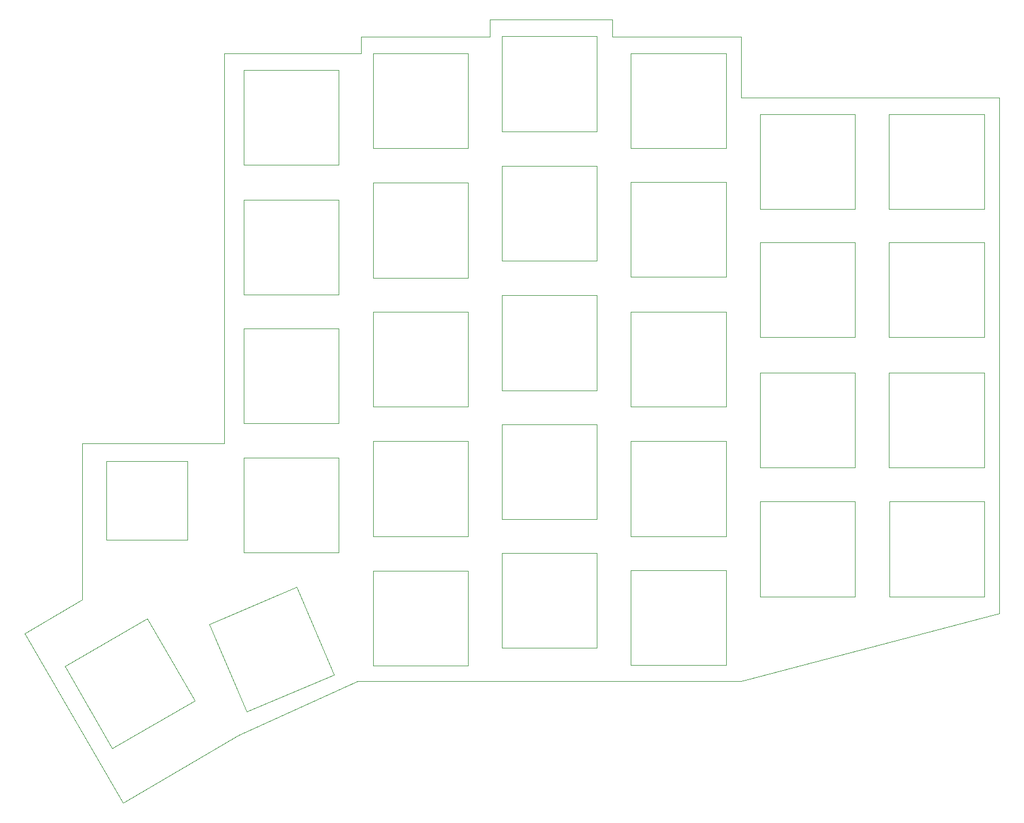
<source format=gbr>
G04 #@! TF.GenerationSoftware,KiCad,Pcbnew,5.1.5-52549c5~86~ubuntu19.10.1*
G04 #@! TF.CreationDate,2020-05-05T19:47:45+02:00*
G04 #@! TF.ProjectId,top_plate,746f705f-706c-4617-9465-2e6b69636164,rev?*
G04 #@! TF.SameCoordinates,Original*
G04 #@! TF.FileFunction,Profile,NP*
%FSLAX46Y46*%
G04 Gerber Fmt 4.6, Leading zero omitted, Abs format (unit mm)*
G04 Created by KiCad (PCBNEW 5.1.5-52549c5~86~ubuntu19.10.1) date 2020-05-05 19:47:45*
%MOMM*%
%LPD*%
G04 APERTURE LIST*
%ADD10C,0.100000*%
G04 APERTURE END LIST*
D10*
X53574549Y-31133314D02*
X73680951Y-31131114D01*
X73680951Y-31131114D02*
X73680686Y-28633968D01*
X73680686Y-28633968D02*
X92680183Y-28631768D01*
X92680183Y-28631768D02*
X92679918Y-26132072D01*
X92679918Y-26132072D02*
X110680898Y-26132072D01*
X110680898Y-26132072D02*
X110680898Y-28633953D01*
X110680898Y-28633953D02*
X129680100Y-28633953D01*
X129680100Y-28633953D02*
X129680250Y-37633474D01*
X129680250Y-37633474D02*
X167680900Y-37633474D01*
X167680900Y-37633474D02*
X167680900Y-113632513D01*
X167680900Y-113632513D02*
X129679960Y-123632490D01*
X129679960Y-123632490D02*
X73180201Y-123632490D01*
X73180201Y-123632490D02*
X55679601Y-131633490D01*
X55679601Y-131633490D02*
X38679889Y-141630820D01*
X38679889Y-141630820D02*
X24181626Y-116632243D01*
X24181626Y-116632243D02*
X32680433Y-111631001D01*
X32680433Y-111631001D02*
X32679901Y-88585695D01*
X32679901Y-88585695D02*
X53579214Y-88585695D01*
X53579214Y-88585695D02*
X53574549Y-31133314D01*
X56452197Y-33579649D02*
X70450084Y-33579649D01*
X70450084Y-33579649D02*
X70450084Y-47580073D01*
X70450084Y-47580073D02*
X56452197Y-47580073D01*
X56452197Y-47580073D02*
X56452197Y-33579649D01*
X75453862Y-31080298D02*
X89451749Y-31080298D01*
X89451749Y-31080298D02*
X89451749Y-45080722D01*
X89451749Y-45080722D02*
X75453862Y-45080722D01*
X75453862Y-45080722D02*
X75453862Y-31080298D01*
X94450449Y-28591108D02*
X108448336Y-28591108D01*
X108448336Y-28591108D02*
X108448336Y-42591533D01*
X108448336Y-42591533D02*
X94450449Y-42591533D01*
X94450449Y-42591533D02*
X94450449Y-28591108D01*
X113449575Y-31080298D02*
X127447460Y-31080298D01*
X127447460Y-31080298D02*
X127447460Y-45080722D01*
X127447460Y-45080722D02*
X113449575Y-45080722D01*
X113449575Y-45080722D02*
X113449575Y-31080298D01*
X132453780Y-40079483D02*
X146451660Y-40079483D01*
X146451660Y-40079483D02*
X146451660Y-54079907D01*
X146451660Y-54079907D02*
X132453780Y-54079907D01*
X132453780Y-54079907D02*
X132453780Y-40079483D01*
X151450370Y-40079483D02*
X165448250Y-40079483D01*
X165448250Y-40079483D02*
X165448250Y-54079907D01*
X165448250Y-54079907D02*
X151450370Y-54079907D01*
X151450370Y-54079907D02*
X151450370Y-40079483D01*
X151450370Y-58979549D02*
X165448250Y-58979549D01*
X165448250Y-58979549D02*
X165448250Y-72979973D01*
X165448250Y-72979973D02*
X151450370Y-72979973D01*
X151450370Y-72979973D02*
X151450370Y-58979549D01*
X132451240Y-58979549D02*
X146449120Y-58979549D01*
X146449120Y-58979549D02*
X146449120Y-72979973D01*
X146449120Y-72979973D02*
X132451240Y-72979973D01*
X132451240Y-72979973D02*
X132451240Y-58979549D01*
X151450370Y-78179333D02*
X165448250Y-78179333D01*
X165448250Y-78179333D02*
X165448250Y-92179757D01*
X165448250Y-92179757D02*
X151450370Y-92179757D01*
X151450370Y-92179757D02*
X151450370Y-78179333D01*
X132451240Y-78179333D02*
X146449120Y-78179333D01*
X146449120Y-78179333D02*
X146449120Y-92179757D01*
X146449120Y-92179757D02*
X132451240Y-92179757D01*
X132451240Y-92179757D02*
X132451240Y-78179333D01*
X151501160Y-97180998D02*
X165499040Y-97180998D01*
X165499040Y-97180998D02*
X165499040Y-111181422D01*
X165499040Y-111181422D02*
X151501160Y-111181422D01*
X151501160Y-111181422D02*
X151501160Y-97180998D01*
X132451240Y-97180998D02*
X146449120Y-97180998D01*
X146449120Y-97180998D02*
X146449120Y-111181422D01*
X146449120Y-111181422D02*
X132451240Y-111181422D01*
X132451240Y-111181422D02*
X132451240Y-97180998D01*
X113449575Y-107279998D02*
X127447460Y-107279998D01*
X127447460Y-107279998D02*
X127447460Y-121280420D01*
X127447460Y-121280420D02*
X113449575Y-121280420D01*
X113449575Y-121280420D02*
X113449575Y-107279998D01*
X113449575Y-88280873D02*
X127447450Y-88280873D01*
X127447450Y-88280873D02*
X127447450Y-102281297D01*
X127447450Y-102281297D02*
X113449575Y-102281297D01*
X113449575Y-102281297D02*
X113449575Y-88280873D01*
X94450449Y-85778983D02*
X108448329Y-85778983D01*
X108448329Y-85778983D02*
X108448329Y-99779408D01*
X108448329Y-99779408D02*
X94450449Y-99779408D01*
X94450449Y-99779408D02*
X94450449Y-85778983D01*
X94450449Y-104780648D02*
X108448329Y-104780648D01*
X108448329Y-104780648D02*
X108448329Y-118781073D01*
X108448329Y-118781073D02*
X94450449Y-118781073D01*
X94450449Y-118781073D02*
X94450449Y-104780648D01*
X75451324Y-88280873D02*
X89449204Y-88280873D01*
X89449204Y-88280873D02*
X89449204Y-102281298D01*
X89449204Y-102281298D02*
X75451324Y-102281298D01*
X75451324Y-102281298D02*
X75451324Y-88280873D01*
X75451324Y-107379058D02*
X89449204Y-107379058D01*
X89449204Y-107379058D02*
X89449204Y-121379480D01*
X89449204Y-121379480D02*
X75451324Y-121379480D01*
X75451324Y-121379480D02*
X75451324Y-107379058D01*
X56452199Y-90681164D02*
X70450079Y-90681164D01*
X70450079Y-90681164D02*
X70450079Y-104681590D01*
X70450079Y-104681590D02*
X56452199Y-104681590D01*
X56452199Y-104681590D02*
X56452199Y-90681164D01*
X56452199Y-71679499D02*
X70450080Y-71679499D01*
X70450080Y-71679499D02*
X70450080Y-85679925D01*
X70450080Y-85679925D02*
X56452199Y-85679925D01*
X56452199Y-85679925D02*
X56452199Y-71679499D01*
X75451324Y-69180148D02*
X89449205Y-69180148D01*
X89449205Y-69180148D02*
X89449205Y-83180574D01*
X89449205Y-83180574D02*
X75451324Y-83180574D01*
X75451324Y-83180574D02*
X75451324Y-69180148D01*
X75453869Y-50181023D02*
X89451749Y-50181023D01*
X89451749Y-50181023D02*
X89451749Y-64181448D01*
X89451749Y-64181448D02*
X75453869Y-64181448D01*
X75453869Y-64181448D02*
X75453869Y-50181023D01*
X56452199Y-52680373D02*
X70450079Y-52680373D01*
X70450079Y-52680373D02*
X70450079Y-66680798D01*
X70450079Y-66680798D02*
X56452199Y-66680798D01*
X56452199Y-66680798D02*
X56452199Y-52680373D01*
X94450449Y-47679133D02*
X108448329Y-47679133D01*
X108448329Y-47679133D02*
X108448329Y-61679558D01*
X108448329Y-61679558D02*
X94450449Y-61679558D01*
X94450449Y-61679558D02*
X94450449Y-47679133D01*
X113449575Y-50079424D02*
X127447450Y-50079424D01*
X127447450Y-50079424D02*
X127447450Y-64079849D01*
X127447450Y-64079849D02*
X113449575Y-64079849D01*
X113449575Y-64079849D02*
X113449575Y-50079424D01*
X113449575Y-69180148D02*
X127447450Y-69180148D01*
X127447450Y-69180148D02*
X127447450Y-83180573D01*
X127447450Y-83180573D02*
X113449575Y-83180573D01*
X113449575Y-83180573D02*
X113449575Y-69180148D01*
X94450449Y-66779858D02*
X108448329Y-66779858D01*
X108448329Y-66779858D02*
X108448329Y-80780283D01*
X108448329Y-80780283D02*
X94450449Y-80780283D01*
X94450449Y-80780283D02*
X94450449Y-66779858D01*
X36167496Y-91257418D02*
X48171143Y-91257418D01*
X48171143Y-91257418D02*
X48171143Y-102857553D01*
X48171143Y-102857553D02*
X36169691Y-102857553D01*
X36169691Y-102857553D02*
X36167496Y-91257418D01*
X30089643Y-121427740D02*
X37089855Y-133551110D01*
X37089855Y-133551110D02*
X49213228Y-126550900D01*
X49213228Y-126550900D02*
X42213015Y-114427528D01*
X42213015Y-114427528D02*
X30089643Y-121427740D01*
X51372219Y-115270805D02*
X64260128Y-109802206D01*
X64260128Y-109802206D02*
X69728727Y-122687580D01*
X69728727Y-122687580D02*
X56843357Y-128158720D01*
X56843357Y-128158720D02*
X51372219Y-115270805D01*
M02*

</source>
